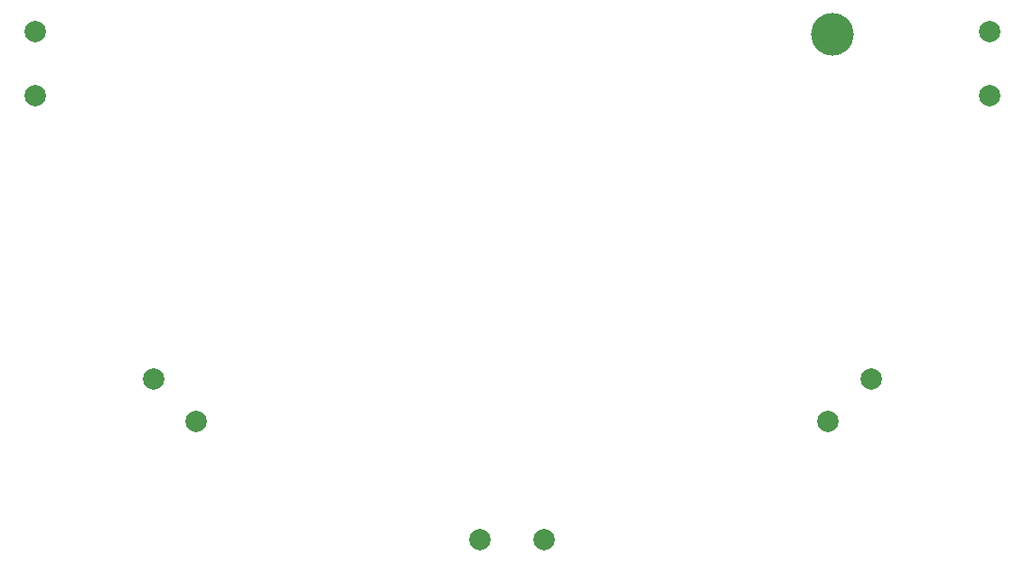
<source format=gbr>
%TF.GenerationSoftware,KiCad,Pcbnew,(6.0.1-0)*%
%TF.CreationDate,2022-09-11T15:05:23-04:00*%
%TF.ProjectId,record,7265636f-7264-42e6-9b69-6361645f7063,rev?*%
%TF.SameCoordinates,Original*%
%TF.FileFunction,Soldermask,Top*%
%TF.FilePolarity,Negative*%
%FSLAX46Y46*%
G04 Gerber Fmt 4.6, Leading zero omitted, Abs format (unit mm)*
G04 Created by KiCad (PCBNEW (6.0.1-0)) date 2022-09-11 15:05:23*
%MOMM*%
%LPD*%
G01*
G04 APERTURE LIST*
%ADD10C,4.000000*%
%ADD11C,2.000000*%
G04 APERTURE END LIST*
D10*
%TO.C,J1*%
X75000000Y-42250000D03*
%TD*%
D11*
%TO.C,J3*%
X300000Y-48000000D03*
%TD*%
%TO.C,J6*%
X42000000Y-89700000D03*
%TD*%
%TO.C,J10*%
X89700000Y-48000000D03*
%TD*%
%TO.C,J2*%
X300000Y-42000000D03*
%TD*%
%TO.C,J4*%
X11400000Y-74600000D03*
%TD*%
%TO.C,J11*%
X89700000Y-42000000D03*
%TD*%
%TO.C,J7*%
X48000000Y-89700000D03*
%TD*%
%TO.C,J8*%
X74600000Y-78600000D03*
%TD*%
%TO.C,J5*%
X15400000Y-78600000D03*
%TD*%
%TO.C,J9*%
X78600000Y-74600000D03*
%TD*%
M02*

</source>
